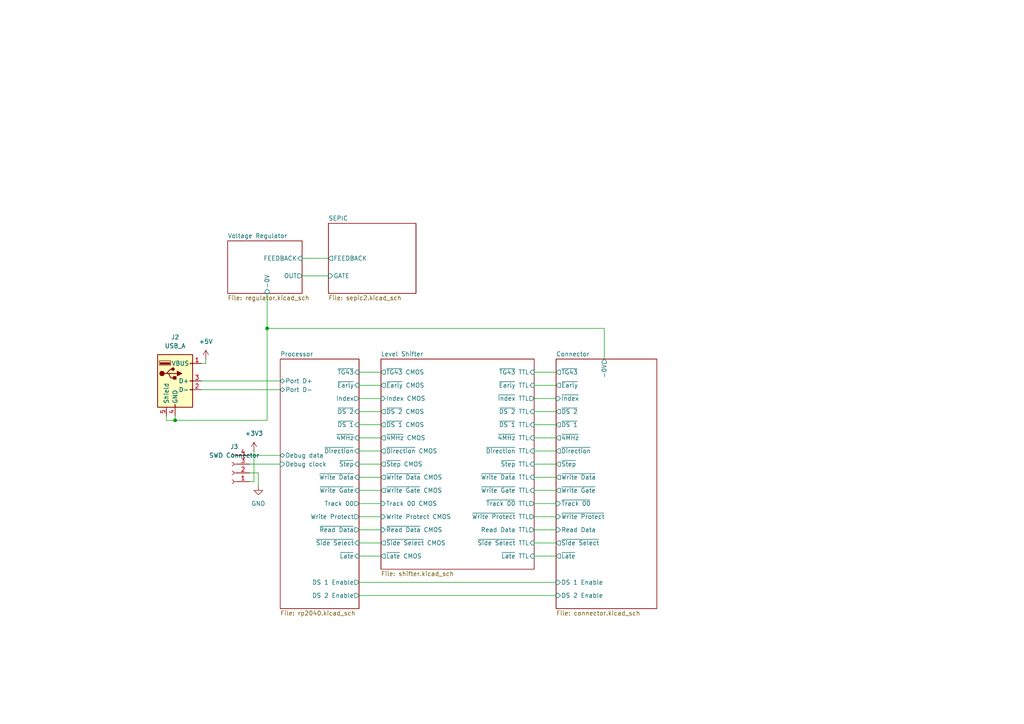
<source format=kicad_sch>
(kicad_sch (version 20231120) (generator "eeschema") (generator_version "8.0")
  (paper "A4")
  (lib_symbols
    (symbol "Connector:Conn_01x04_Socket" (pin_names (offset 1.016) hide)
      (property "Reference" "J" (at 0 5.08 0))
      (property "Value" "Conn_01x04_Socket" (at 0 -7.62 0))
      (symbol "Conn_01x04_Socket_1_1"
        (arc (start 0 -4.572) (mid -0.5058 -5.08) (end 0 -5.588) (stroke (width 0.1524)))
        (arc (start 0 -2.032) (mid -0.5058 -2.54) (end 0 -3.048) (stroke (width 0.1524)))
        (polyline (pts (xy -1.27 -5.08) (xy -0.508 -5.08)) (stroke (width 0.1524)))
        (polyline (pts (xy -1.27 -2.54) (xy -0.508 -2.54)) (stroke (width 0.1524)))
        (polyline (pts (xy -1.27 0) (xy -0.508 0)) (stroke (width 0.1524)))
        (polyline (pts (xy -1.27 2.54) (xy -0.508 2.54)) (stroke (width 0.1524)))
        (arc (start 0 0.508) (mid -0.5058 0) (end 0 -0.508) (stroke (width 0.1524)))
        (arc (start 0 3.048) (mid -0.5058 2.54) (end 0 2.032) (stroke (width 0.1524)))
        (pin passive line (at -5.08 2.54 0) (length 3.81) (name "Pin_1") (number "1"))
        (pin passive line (at -5.08 0 0) (length 3.81) (name "Pin_2") (number "2"))
        (pin passive line (at -5.08 -2.54 0) (length 3.81) (name "Pin_3") (number "3"))
        (pin passive line (at -5.08 -5.08 0) (length 3.81) (name "Pin_4") (number "4"))
      )
    )
    (symbol "Connector:USB_A" (pin_names (offset 1.016))
      (property "Reference" "J" (at -5.08 11.43 0))
      (property "Value" "USB_A" (at -5.08 8.89 0))
      (symbol "USB_A_0_1"
        (rectangle (start -5.08 -7.62) (end 5.08 7.62) (stroke (width 0.254)) (fill (type background)))
        (circle (center -3.81 2.159) (radius 0.635) (stroke (width 0.254)) (fill (type outline)))
        (rectangle (start -1.524 4.826) (end -4.318 5.334) (fill (type outline)))
        (rectangle (start -1.27 4.572) (end -4.572 5.842))
        (circle (center -0.635 3.429) (radius 0.381) (stroke (width 0.254)) (fill (type outline)))
        (rectangle (start -0.127 -7.62) (end 0.127 -6.858))
        (polyline (pts (xy -3.175 2.159) (xy -2.54 2.159) (xy -1.27 3.429) (xy -0.635 3.429)) (stroke (width 0.254)))
        (polyline (pts (xy -2.54 2.159) (xy -1.905 2.159) (xy -1.27 0.889) (xy 0 0.889)) (stroke (width 0.254)))
        (polyline (pts (xy 0.635 2.794) (xy 0.635 1.524) (xy 1.905 2.159) (xy 0.635 2.794)) (stroke (width 0.254)) (fill (type outline)))
        (rectangle (start 0.254 1.27) (end -0.508 0.508) (stroke (width 0.254)) (fill (type outline)))
        (rectangle (start 5.08 -2.667) (end 4.318 -2.413))
        (rectangle (start 5.08 -0.127) (end 4.318 0.127))
        (rectangle (start 5.08 4.953) (end 4.318 5.207))
      )
      (symbol "USB_A_1_1"
        (polyline (pts (xy -1.905 2.159) (xy 0.635 2.159)) (stroke (width 0.254)))
        (pin power_in line (at 7.62 5.08 180) (length 2.54) (name "VBUS") (number "1"))
        (pin bidirectional line (at 7.62 -2.54 180) (length 2.54) (name "D-") (number "2"))
        (pin bidirectional line (at 7.62 0 180) (length 2.54) (name "D+") (number "3"))
        (pin power_in line (at 0 -10.16 90) (length 2.54) (name "GND") (number "4"))
        (pin passive line (at -2.54 -10.16 90) (length 2.54) (name "Shield") (number "5"))
      )
    )
    (symbol "power:+3V3" (power) (pin_numbers hide) (pin_names (offset 0) hide)
      (property "Value" "+3V3" (at 0 3.556 0))
      (symbol "+3V3_0_1"
        (polyline (pts (xy -0.762 1.27) (xy 0 2.54)))
        (polyline (pts (xy 0 0) (xy 0 2.54)))
        (polyline (pts (xy 0 2.54) (xy 0.762 1.27)))
      )
      (symbol "+3V3_1_1"
        (pin power_in line (at 0 0 90) (length 0) (name "~") (number "1"))
      )
    )
    (symbol "power:+5V" (power) (pin_numbers hide) (pin_names (offset 0) hide)
      (property "Value" "+5V" (at 0 3.556 0))
      (symbol "+5V_0_1"
        (polyline (pts (xy -0.762 1.27) (xy 0 2.54)))
        (polyline (pts (xy 0 0) (xy 0 2.54)))
        (polyline (pts (xy 0 2.54) (xy 0.762 1.27)))
      )
      (symbol "+5V_1_1"
        (pin power_in line (at 0 0 90) (length 0) (name "~") (number "1"))
      )
    )
    (symbol "power:GND" (power) (pin_numbers hide) (pin_names (offset 0) hide)
      (property "Value" "GND" (at 0 -3.81 0))
      (symbol "GND_0_1"
        (polyline (pts (xy 0 0) (xy 0 -1.27) (xy 1.27 -1.27) (xy 0 -2.54) (xy -1.27 -1.27) (xy 0 -1.27)))
      )
      (symbol "GND_1_1"
        (pin power_in line (at 0 0 270) (length 0) (name "~") (number "1"))
      )
    )
  )
  (junction (at 50.8 121.92))
  (junction (at 77.47 95.25))
  (wire (pts (xy 154.94 111.76) (xy 161.29 111.76)))
  (wire (pts (xy 154.94 153.67) (xy 161.29 153.67)))
  (wire (pts (xy 104.14 153.67) (xy 110.49 153.67)))
  (wire (pts (xy 154.94 127) (xy 161.29 127)))
  (wire (pts (xy 58.42 110.49) (xy 81.28 110.49)))
  (wire (pts (xy 104.14 172.72) (xy 161.29 172.72)))
  (wire (pts (xy 104.14 130.81) (xy 110.49 130.81)))
  (wire (pts (xy 104.14 149.86) (xy 110.49 149.86)))
  (wire (pts (xy 104.14 111.76) (xy 110.49 111.76)))
  (wire (pts (xy 104.14 168.91) (xy 161.29 168.91)))
  (wire (pts (xy 104.14 146.05) (xy 110.49 146.05)))
  (wire (pts (xy 104.14 157.48) (xy 110.49 157.48)))
  (wire (pts (xy 104.14 123.19) (xy 110.49 123.19)))
  (wire (pts (xy 87.63 80.01) (xy 95.25 80.01)))
  (wire (pts (xy 154.94 161.29) (xy 161.29 161.29)))
  (wire (pts (xy 74.93 137.16) (xy 72.39 137.16)))
  (wire (pts (xy 77.47 121.92) (xy 77.47 95.25)))
  (wire (pts (xy 104.14 138.43) (xy 110.49 138.43)))
  (wire (pts (xy 73.66 139.7) (xy 73.66 130.81)))
  (wire (pts (xy 175.26 104.14) (xy 175.26 95.25)))
  (wire (pts (xy 72.39 139.7) (xy 73.66 139.7)))
  (wire (pts (xy 59.69 104.14) (xy 59.69 105.41)))
  (wire (pts (xy 104.14 161.29) (xy 110.49 161.29)))
  (wire (pts (xy 154.94 138.43) (xy 161.29 138.43)))
  (wire (pts (xy 104.14 107.95) (xy 110.49 107.95)))
  (wire (pts (xy 50.8 120.65) (xy 50.8 121.92)))
  (wire (pts (xy 104.14 142.24) (xy 110.49 142.24)))
  (wire (pts (xy 154.94 123.19) (xy 161.29 123.19)))
  (wire (pts (xy 154.94 149.86) (xy 161.29 149.86)))
  (wire (pts (xy 175.26 95.25) (xy 77.47 95.25)))
  (wire (pts (xy 59.69 105.41) (xy 58.42 105.41)))
  (wire (pts (xy 154.94 130.81) (xy 161.29 130.81)))
  (wire (pts (xy 154.94 107.95) (xy 161.29 107.95)))
  (wire (pts (xy 48.26 120.65) (xy 48.26 121.92)))
  (wire (pts (xy 154.94 134.62) (xy 161.29 134.62)))
  (wire (pts (xy 72.39 134.62) (xy 81.28 134.62)))
  (wire (pts (xy 58.42 113.03) (xy 81.28 113.03)))
  (wire (pts (xy 87.63 74.93) (xy 95.25 74.93)))
  (wire (pts (xy 154.94 157.48) (xy 161.29 157.48)))
  (wire (pts (xy 154.94 115.57) (xy 161.29 115.57)))
  (wire (pts (xy 77.47 95.25) (xy 77.47 85.09)))
  (wire (pts (xy 104.14 119.38) (xy 110.49 119.38)))
  (wire (pts (xy 74.93 140.97) (xy 74.93 137.16)))
  (wire (pts (xy 48.26 121.92) (xy 50.8 121.92)))
  (wire (pts (xy 72.39 132.08) (xy 81.28 132.08)))
  (wire (pts (xy 154.94 142.24) (xy 161.29 142.24)))
  (wire (pts (xy 154.94 146.05) (xy 161.29 146.05)))
  (wire (pts (xy 154.94 119.38) (xy 161.29 119.38)))
  (wire (pts (xy 104.14 134.62) (xy 110.49 134.62)))
  (wire (pts (xy 104.14 115.57) (xy 110.49 115.57)))
  (wire (pts (xy 104.14 127) (xy 110.49 127)))
  (wire (pts (xy 50.8 121.92) (xy 77.47 121.92)))
  (symbol (lib_id "power:+5V") (at 59.69 104.14 0) (unit 1)
    (property "Reference" "#PWR029" (effects (hide yes)))
    (property "Value" "+5V" (at 59.69 99.06 0))
    (property "Description" "Power symbol creates a global label with name \"+5V\"" (effects (hide yes)))
  )
  (symbol (lib_id "power:GND") (at 74.93 140.97 0) (unit 1)
    (property "Reference" "#PWR030" (effects (hide yes)))
    (property "Value" "GND" (at 74.93 146.05 0))
    (property "Description" "Power symbol creates a global label with name \"GND\" , ground" (effects (hide yes)))
  )
  (symbol (lib_id "power:+3V3") (at 73.66 130.81 0) (unit 1)
    (property "Reference" "#PWR032" (effects (hide yes)))
    (property "Value" "+3V3" (at 73.66 125.73 0))
    (property "Description" "Power symbol creates a global label with name \"+3V3\"" (effects (hide yes)))
  )
  (symbol (lib_id "Connector:USB_A") (at 50.8 110.49 0) (unit 1)
    (property "Reference" "J2" (at 50.8 97.79 0))
    (property "Value" "USB_A" (at 50.8 100.33 0))
    (property "Footprint" "Connector_USB:USB_A_TE_292303-7_Horizontal" (effects (hide yes)))
    (property "Datasheet" " ~" (effects (hide yes)))
    (property "Description" "USB Type A connector" (effects (hide yes)))
    (property "Mouser part no." " 737-USB-A-S-RA-SMT" (effects (hide yes)))
  )
  (symbol (lib_id "Connector:Conn_01x04_Socket") (at 67.31 137.16 180) (unit 1)
    (property "Reference" "J3" (at 67.945 129.54 0))
    (property "Value" "SWD Connector" (at 67.945 132.08 0))
    (property "Footprint" "Connector_PinSocket_2.54mm:PinSocket_1x04_P2.54mm_Vertical" (effects (hide yes)))
    (property "Description" "Generic connector, single row, 01x04, script generated" (effects (hide yes)))
    (property "Mouser part no." " 737-RS1-04-G" (effects (hide yes)))
  )
  (sheet (at 161.29 104.14) (size 29.21 72.39) (stroke (width 0.1524))
    (property "Sheetname" "Connector" (at 161.29 103.4284 0) (effects (justify left bottom)))
    (property "Sheetfile" "connector.kicad_sch" (at 161.29 177.1146 0) (effects (justify left top)))
    (pin "-0V" output (at 175.26 104.14 90))
    (pin "~{Write Protect}" input (at 161.29 149.86 180))
    (pin "Read Data" input (at 161.29 153.67 180))
    (pin "~{Track 00}" input (at 161.29 146.05 180))
    (pin "~{DS 1}" output (at 161.29 123.19 180))
    (pin "~{DS 2}" output (at 161.29 119.38 180))
    (pin "~{Index}" input (at 161.29 115.57 180))
    (pin "~{Write Gate}" output (at 161.29 142.24 180))
    (pin "~{Write Data}" output (at 161.29 138.43 180))
    (pin "~{TG43}" output (at 161.29 107.95 180))
    (pin "~{Early}" output (at 161.29 111.76 180))
    (pin "~{4MHz}" output (at 161.29 127 180))
    (pin "~{Step}" output (at 161.29 134.62 180))
    (pin "~{Direction}" output (at 161.29 130.81 180))
    (pin "~{Late}" output (at 161.29 161.29 180))
    (pin "~{Side Select}" output (at 161.29 157.48 180))
    (pin "DS 1 Enable" input (at 161.29 168.91 180))
    (pin "DS 2 Enable" input (at 161.29 172.72 180))
  )
  (sheet (at 110.49 104.14) (size 44.45 60.96) (stroke (width 0.1524))
    (property "Sheetname" "Level Shifter" (at 110.49 103.4284 0) (effects (justify left bottom)))
    (property "Sheetfile" "shifter.kicad_sch" (at 110.49 165.6846 0) (effects (justify left top)))
    (pin "~{Track 00} TTL" output (at 154.94 146.05 0))
    (pin "~{Index} TTL" output (at 154.94 115.57 0))
    (pin "~{Write Protect} TTL" output (at 154.94 149.86 0))
    (pin "Read Data TTL" output (at 154.94 153.67 0))
    (pin "Track 00 CMOS" input (at 110.49 146.05 180))
    (pin "Write Protect CMOS" input (at 110.49 149.86 180))
    (pin "Index CMOS" input (at 110.49 115.57 180))
    (pin "~{Read Data} CMOS" input (at 110.49 153.67 180))
    (pin "~{Write Gate} TTL" input (at 154.94 142.24 0))
    (pin "~{Write Data} TTL" input (at 154.94 138.43 0))
    (pin "~{Write Gate} CMOS" output (at 110.49 142.24 180))
    (pin "~{Write Data} CMOS" output (at 110.49 138.43 180))
    (pin "~{Side Select} CMOS" output (at 110.49 157.48 180))
    (pin "~{Late} CMOS" output (at 110.49 161.29 180))
    (pin "~{Direction} TTL" input (at 154.94 130.81 0))
    (pin "~{Step} TTL" input (at 154.94 134.62 0))
    (pin "~{Direction} CMOS" output (at 110.49 130.81 180))
    (pin "~{4MHz} CMOS" output (at 110.49 127 180))
    (pin "~{Step} CMOS" output (at 110.49 134.62 180))
    (pin "~{Side Select} TTL" input (at 154.94 157.48 0))
    (pin "~{Late} TTL" input (at 154.94 161.29 0))
    (pin "~{Early} CMOS" output (at 110.49 111.76 180))
    (pin "~{DS 1} CMOS" output (at 110.49 123.19 180))
    (pin "~{Early} TTL" input (at 154.94 111.76 0))
    (pin "~{DS 1} TTL" input (at 154.94 123.19 0))
    (pin "~{4MHz} TTL" input (at 154.94 127 0))
    (pin "~{TG43} TTL" input (at 154.94 107.95 0))
    (pin "~{TG43} CMOS" output (at 110.49 107.95 180))
    (pin "~{DS 2} TTL" input (at 154.94 119.38 0))
    (pin "~{DS 2} CMOS" output (at 110.49 119.38 180))
  )
  (sheet (at 95.25 64.77) (size 25.4 20.32) (stroke (width 0.1524))
    (property "Sheetname" "SEPIC" (at 95.25 64.0584 0) (effects (justify left bottom)))
    (property "Sheetfile" "sepic2.kicad_sch" (at 95.25 85.6746 0) (effects (justify left top)))
    (pin "GATE" input (at 95.25 80.01 180))
    (pin "FEEDBACK" output (at 95.25 74.93 180))
  )
  (sheet (at 81.28 104.14) (size 22.86 72.39) (stroke (width 0.1524))
    (property "Sheetname" "Processor" (at 81.28 103.4284 0) (effects (justify left bottom)))
    (property "Sheetfile" "rp2040.kicad_sch" (at 81.28 177.1146 0) (effects (justify left top)))
    (pin "Port D+" bidirectional (at 81.28 110.49 180))
    (pin "Port D-" bidirectional (at 81.28 113.03 180))
    (pin "Debug data" bidirectional (at 81.28 132.08 180))
    (pin "Debug clock" input (at 81.28 134.62 180))
    (pin "Index" output (at 104.14 115.57 0))
    (pin "Track 00" output (at 104.14 146.05 0))
    (pin "Write Protect" output (at 104.14 149.86 0))
    (pin "~{TG43}" input (at 104.14 107.95 0))
    (pin "~{Early}" input (at 104.14 111.76 0))
    (pin "~{DS 1}" input (at 104.14 123.19 0))
    (pin "~{4MHz}" input (at 104.14 127 0))
    (pin "~{DS 2}" input (at 104.14 119.38 0))
    (pin "~{Step}" input (at 104.14 134.62 0))
    (pin "~{Direction}" input (at 104.14 130.81 0))
    (pin "~{Write Gate}" input (at 104.14 142.24 0))
    (pin "~{Write Data}" input (at 104.14 138.43 0))
    (pin "~{Read Data}" output (at 104.14 153.67 0))
    (pin "~{Side Select}" input (at 104.14 157.48 0))
    (pin "~{Late}" input (at 104.14 161.29 0))
    (pin "DS 2 Enable" output (at 104.14 172.72 0))
    (pin "DS 1 Enable" output (at 104.14 168.91 0))
  )
  (sheet (at 66.04 69.85) (size 21.59 15.24) (stroke (width 0.1524))
    (property "Sheetname" "Voltage Regulator" (at 66.04 69.1384 0) (effects (justify left bottom)))
    (property "Sheetfile" "regulator.kicad_sch" (at 66.04 85.6746 0) (effects (justify left top)))
    (pin "FEEDBACK" input (at 87.63 74.93 0))
    (pin "OUT" output (at 87.63 80.01 0))
    (pin "-0V" input (at 77.47 85.09 270))
  )
)
</source>
